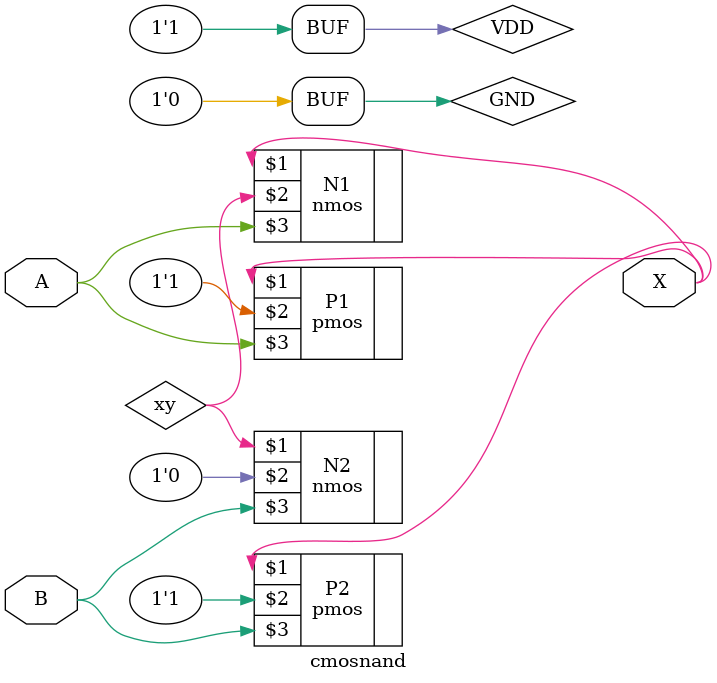
<source format=v>
`timescale 10ps/1ps

 module cmosnand (X, A, B);
    
    input A, B;
    output X;
    supply0 GND;
    supply1 VDD;
    wire xy;

    pmos P1 ( X, VDD, A);
    pmos P2 ( X, VDD, B);

    nmos N1 ( X,xy, A);
    nmos N2 ( xy, GND, B);
  
endmodule
</source>
